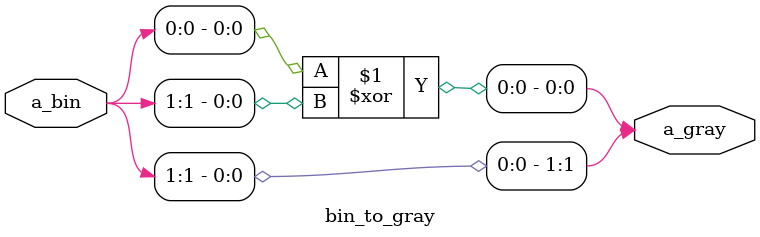
<source format=v>

module bin_to_gray #(parameter Width = 2) (
	input [Width-1:0] a_bin,
	output [Width-1:0] a_gray);

genvar i;

generate 
	for (i=0 ; i< Width-1 ; i = i+1) begin
		xor X1 (a_gray[i], a_bin[i], a_bin[i+1]);
	end
endgenerate

assign a_gray[Width-1] = a_bin[Width-1];

endmodule

</source>
